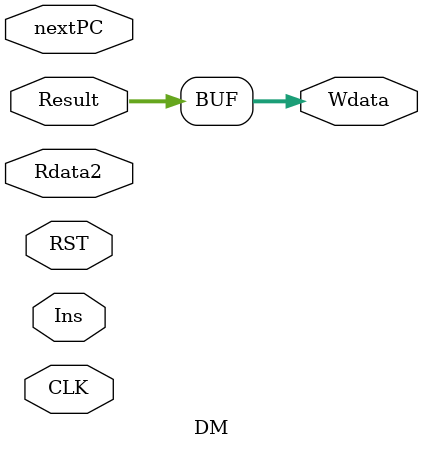
<source format=v>
module DM (
  input CLK, RST,
  input [31:0] Result, Rdata2, nextPC, Ins,
  output [31:0] Wdata
);
`include "common_param.vh"

  assign Wdata = Result;
endmodule

</source>
